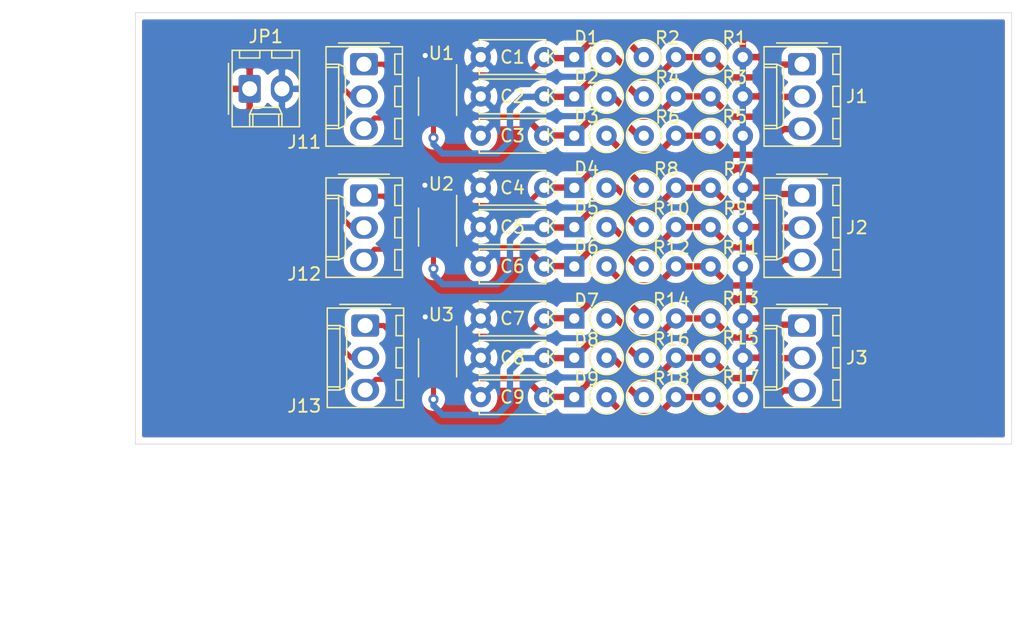
<source format=kicad_pcb>
(kicad_pcb (version 20171130) (host pcbnew 5.1.12-1.fc35)
  (layers (0 F.Cu signal) (31 B.Cu signal) (34 B.Paste user hide) (35 F.Paste user hide) (36 B.SilkS user) (37 F.SilkS user) (38 B.Mask user hide) (39 F.Mask user) (44 Edge.Cuts user))
  (net 0 "")
  (net 1 GND)
  (net 2 VCC)
  (net 3 "Net-(C1-Pad2)")
  (net 4 "Net-(C2-Pad2)")
  (net 5 "Net-(C3-Pad2)")
  (net 6 "Net-(C4-Pad2)")
  (net 7 "Net-(C5-Pad2)")
  (net 8 "Net-(C6-Pad2)")
  (net 9 "Net-(C7-Pad2)")
  (net 10 "Net-(C8-Pad2)")
  (net 11 "Net-(C9-Pad2)")
  (net 12 "Net-(D1-Pad2)")
  (net 13 "Net-(D2-Pad2)")
  (net 14 "Net-(D3-Pad2)")
  (net 15 "Net-(D4-Pad2)")
  (net 16 "Net-(D5-Pad2)")
  (net 17 "Net-(D6-Pad2)")
  (net 18 "Net-(D7-Pad2)")
  (net 19 "Net-(D8-Pad2)")
  (net 20 "Net-(D9-Pad2)")
  (net 21 "Net-(J11-Pad1)")
  (net 22 "Net-(J11-Pad2)")
  (net 23 "Net-(J11-Pad3)")
  (net 24 "Net-(J12-Pad3)")
  (net 25 "Net-(J12-Pad2)")
  (net 26 "Net-(J12-Pad1)")
  (net 27 "Net-(J13-Pad1)")
  (net 28 "Net-(J13-Pad2)")
  (net 29 "Net-(J13-Pad3)")
  (module Connector_Molex:Molex_KK-254_AE-6410-03A_1x03_P2.54mm_Vertical (layer F.Cu) (at 189 60.06 270)
    (fp_text reference J11 (at 6.14 4.7 180) (layer F.SilkS))
    (fp_text value Trig_Out)
    (pad 1 thru_hole roundrect (at 0 0 270) (size 1.74 2.19) (drill 1.19) (layers *.Cu *.Mask) (roundrect_rratio 0.143678) (net 21 "Net-(J11-Pad1)"))
    (pad 2 thru_hole oval (at 2.54 0 270) (size 1.74 2.19) (drill 1.19) (layers *.Cu *.Mask) (net 22 "Net-(J11-Pad2)"))
    (pad 3 thru_hole oval (at 5.08 0 270) (size 1.74 2.19) (drill 1.19) (layers *.Cu *.Mask) (net 23 "Net-(J11-Pad3)"))
  )
  (module Package_SO:SSOP-8_2.95x2.8mm_P0.65mm (layer F.Cu) (at 194.8 83.2 270)
    (fp_text reference U3 (at -3.4 -0.3 180) (layer F.SilkS))
    (fp_text value 74LVC3G14_GR)
    (pad 8 smd rect (at 1.7 -0.975 180) (size 0.3 1.6) (layers F.Cu F.Paste F.Mask) (net 2 VCC))
    (pad 7 smd rect (at 1.7 -0.325 180) (size 0.3 1.6) (layers F.Cu F.Paste F.Mask) (net 27 "Net-(J13-Pad1)"))
    (pad 6 smd rect (at 1.7 0.325 180) (size 0.3 1.6) (layers F.Cu F.Paste F.Mask) (net 10 "Net-(C8-Pad2)"))
    (pad 5 smd rect (at 1.7 0.975 180) (size 0.3 1.6) (layers F.Cu F.Paste F.Mask) (net 29 "Net-(J13-Pad3)"))
    (pad 4 smd rect (at -1.7 0.975 180) (size 0.3 1.6) (layers F.Cu F.Paste F.Mask) (net 1 GND))
    (pad 3 smd rect (at -1.7 0.325 180) (size 0.3 1.6) (layers F.Cu F.Paste F.Mask) (net 11 "Net-(C9-Pad2)"))
    (pad 2 smd rect (at -1.7 -0.325 180) (size 0.3 1.6) (layers F.Cu F.Paste F.Mask) (net 28 "Net-(J13-Pad2)"))
    (pad 1 smd rect (at -1.7 -0.975 180) (size 0.3 1.6) (layers F.Cu F.Paste F.Mask) (net 9 "Net-(C7-Pad2)"))
  )
  (module Package_SO:SSOP-8_2.95x2.8mm_P0.65mm (layer F.Cu) (at 194.8 72.9 270)
    (fp_text reference U2 (at -3.4 -0.3 180) (layer F.SilkS))
    (fp_text value 74LVC3G14_GR)
    (pad 8 smd rect (at 1.7 -0.975 180) (size 0.3 1.6) (layers F.Cu F.Paste F.Mask) (net 2 VCC))
    (pad 7 smd rect (at 1.7 -0.325 180) (size 0.3 1.6) (layers F.Cu F.Paste F.Mask) (net 26 "Net-(J12-Pad1)"))
    (pad 6 smd rect (at 1.7 0.325 180) (size 0.3 1.6) (layers F.Cu F.Paste F.Mask) (net 7 "Net-(C5-Pad2)"))
    (pad 5 smd rect (at 1.7 0.975 180) (size 0.3 1.6) (layers F.Cu F.Paste F.Mask) (net 24 "Net-(J12-Pad3)"))
    (pad 4 smd rect (at -1.7 0.975 180) (size 0.3 1.6) (layers F.Cu F.Paste F.Mask) (net 1 GND))
    (pad 3 smd rect (at -1.7 0.325 180) (size 0.3 1.6) (layers F.Cu F.Paste F.Mask) (net 8 "Net-(C6-Pad2)"))
    (pad 2 smd rect (at -1.7 -0.325 180) (size 0.3 1.6) (layers F.Cu F.Paste F.Mask) (net 25 "Net-(J12-Pad2)"))
    (pad 1 smd rect (at -1.7 -0.975 180) (size 0.3 1.6) (layers F.Cu F.Paste F.Mask) (net 6 "Net-(C4-Pad2)"))
  )
  (module Package_SO:SSOP-8_2.95x2.8mm_P0.65mm (layer F.Cu) (at 194.8 62.6 270)
    (fp_text reference U1 (at -3.4 -0.3 180) (layer F.SilkS))
    (fp_text value 74LVC3G14_GR)
    (pad 8 smd rect (at 1.7 -0.975 180) (size 0.3 1.6) (layers F.Cu F.Paste F.Mask) (net 2 VCC))
    (pad 7 smd rect (at 1.7 -0.325 180) (size 0.3 1.6) (layers F.Cu F.Paste F.Mask) (net 21 "Net-(J11-Pad1)"))
    (pad 6 smd rect (at 1.7 0.325 180) (size 0.3 1.6) (layers F.Cu F.Paste F.Mask) (net 4 "Net-(C2-Pad2)"))
    (pad 5 smd rect (at 1.7 0.975 180) (size 0.3 1.6) (layers F.Cu F.Paste F.Mask) (net 23 "Net-(J11-Pad3)"))
    (pad 4 smd rect (at -1.7 0.975 180) (size 0.3 1.6) (layers F.Cu F.Paste F.Mask) (net 1 GND))
    (pad 3 smd rect (at -1.7 0.325 180) (size 0.3 1.6) (layers F.Cu F.Paste F.Mask) (net 5 "Net-(C3-Pad2)"))
    (pad 2 smd rect (at -1.7 -0.325 180) (size 0.3 1.6) (layers F.Cu F.Paste F.Mask) (net 22 "Net-(J11-Pad2)"))
    (pad 1 smd rect (at -1.7 -0.975 180) (size 0.3 1.6) (layers F.Cu F.Paste F.Mask) (net 3 "Net-(C1-Pad2)"))
  )
  (module Capacitor_THT:C_Disc_D5.0mm_W2.5mm_P5.00mm (layer F.Cu) (at 198.2 59.5)
    (fp_text reference C1 (at 2.5 0) (layer F.SilkS))
    (fp_text value 100nF)
    (pad 2 thru_hole circle (at 5 0) (size 1.6 1.6) (drill 0.8) (layers *.Cu *.Mask) (net 3 "Net-(C1-Pad2)"))
    (pad 1 thru_hole circle (at 0 0) (size 1.6 1.6) (drill 0.8) (layers *.Cu *.Mask) (net 1 GND))
  )
  (module Resistor_THT:R_Axial_DIN0207_L6.3mm_D2.5mm_P2.54mm_Vertical (layer F.Cu) (at 216.3 59.5)
    (fp_text reference R1 (at 1.9 -1.5) (layer F.SilkS))
    (fp_text value 82K)
    (pad 2 thru_hole oval (at 2.54 0) (size 1.6 1.6) (drill 0.8) (layers *.Cu *.Mask) (net 2 VCC))
    (pad 1 thru_hole circle (at 0 0) (size 1.6 1.6) (drill 0.8) (layers *.Cu *.Mask) (net 12 "Net-(D1-Pad2)"))
  )
  (module Resistor_THT:R_Axial_DIN0207_L6.3mm_D2.5mm_P2.54mm_Vertical (layer F.Cu) (at 211.041166 59.5)
    (fp_text reference R2 (at 1.858834 -1.5) (layer F.SilkS))
    (fp_text value 18K2)
    (pad 1 thru_hole circle (at 0 0) (size 1.6 1.6) (drill 0.8) (layers *.Cu *.Mask) (net 3 "Net-(C1-Pad2)"))
    (pad 2 thru_hole oval (at 2.54 0) (size 1.6 1.6) (drill 0.8) (layers *.Cu *.Mask) (net 12 "Net-(D1-Pad2)"))
  )
  (module Diode_THT:D_DO-35_SOD27_P2.54mm_Vertical_KathodeUp (layer F.Cu) (at 205.565833 59.5)
    (fp_text reference D1 (at 0.97 -1.526371) (layer F.SilkS))
    (fp_text value 1N4148)
    (fp_text user K (at -1.8 0) (layer F.SilkS))
    (pad 2 thru_hole oval (at 2.54 0) (size 1.6 1.6) (drill 0.8) (layers *.Cu *.Mask) (net 12 "Net-(D1-Pad2)"))
    (pad 1 thru_hole rect (at 0 0) (size 1.6 1.6) (drill 0.8) (layers *.Cu *.Mask) (net 3 "Net-(C1-Pad2)"))
  )
  (module Connector_Molex:Molex_KK-254_AE-6410-03A_1x03_P2.54mm_Vertical (layer F.Cu) (at 223.5 60.06 270)
    (fp_text reference J1 (at 2.54 -4.32 180) (layer F.SilkS))
    (fp_text value Sig_In)
    (pad 3 thru_hole oval (at 5.08 0 270) (size 1.74 2.19) (drill 1.19) (layers *.Cu *.Mask) (net 14 "Net-(D3-Pad2)"))
    (pad 2 thru_hole oval (at 2.54 0 270) (size 1.74 2.19) (drill 1.19) (layers *.Cu *.Mask) (net 13 "Net-(D2-Pad2)"))
    (pad 1 thru_hole roundrect (at 0 0 270) (size 1.74 2.19) (drill 1.19) (layers *.Cu *.Mask) (roundrect_rratio 0.143678) (net 12 "Net-(D1-Pad2)"))
  )
  (module Capacitor_THT:C_Disc_D5.0mm_W2.5mm_P5.00mm (layer F.Cu) (at 198.2 62.6)
    (fp_text reference C2 (at 2.5 0) (layer F.SilkS))
    (fp_text value 100nF)
    (pad 2 thru_hole circle (at 5 0) (size 1.6 1.6) (drill 0.8) (layers *.Cu *.Mask) (net 4 "Net-(C2-Pad2)"))
    (pad 1 thru_hole circle (at 0 0) (size 1.6 1.6) (drill 0.8) (layers *.Cu *.Mask) (net 1 GND))
  )
  (module Capacitor_THT:C_Disc_D5.0mm_W2.5mm_P5.00mm (layer F.Cu) (at 198.2 65.7)
    (fp_text reference C3 (at 2.5 0) (layer F.SilkS))
    (fp_text value 100nF)
    (pad 1 thru_hole circle (at 0 0) (size 1.6 1.6) (drill 0.8) (layers *.Cu *.Mask) (net 1 GND))
    (pad 2 thru_hole circle (at 5 0) (size 1.6 1.6) (drill 0.8) (layers *.Cu *.Mask) (net 5 "Net-(C3-Pad2)"))
  )
  (module Capacitor_THT:C_Disc_D5.0mm_W2.5mm_P5.00mm (layer F.Cu) (at 198.2 69.8)
    (fp_text reference C4 (at 2.5 0) (layer F.SilkS))
    (fp_text value 100nF)
    (pad 2 thru_hole circle (at 5 0) (size 1.6 1.6) (drill 0.8) (layers *.Cu *.Mask) (net 6 "Net-(C4-Pad2)"))
    (pad 1 thru_hole circle (at 0 0) (size 1.6 1.6) (drill 0.8) (layers *.Cu *.Mask) (net 1 GND))
  )
  (module Capacitor_THT:C_Disc_D5.0mm_W2.5mm_P5.00mm (layer F.Cu) (at 198.2 72.9)
    (fp_text reference C5 (at 2.5 0) (layer F.SilkS))
    (fp_text value 100nF)
    (pad 1 thru_hole circle (at 0 0) (size 1.6 1.6) (drill 0.8) (layers *.Cu *.Mask) (net 1 GND))
    (pad 2 thru_hole circle (at 5 0) (size 1.6 1.6) (drill 0.8) (layers *.Cu *.Mask) (net 7 "Net-(C5-Pad2)"))
  )
  (module Capacitor_THT:C_Disc_D5.0mm_W2.5mm_P5.00mm (layer F.Cu) (at 198.2 76)
    (fp_text reference C6 (at 2.5 0) (layer F.SilkS))
    (fp_text value 100nF)
    (pad 2 thru_hole circle (at 5 0) (size 1.6 1.6) (drill 0.8) (layers *.Cu *.Mask) (net 8 "Net-(C6-Pad2)"))
    (pad 1 thru_hole circle (at 0 0) (size 1.6 1.6) (drill 0.8) (layers *.Cu *.Mask) (net 1 GND))
  )
  (module Capacitor_THT:C_Disc_D5.0mm_W2.5mm_P5.00mm (layer F.Cu) (at 198.2 80.1)
    (fp_text reference C7 (at 2.5 0) (layer F.SilkS))
    (fp_text value 100nF)
    (pad 2 thru_hole circle (at 5 0) (size 1.6 1.6) (drill 0.8) (layers *.Cu *.Mask) (net 9 "Net-(C7-Pad2)"))
    (pad 1 thru_hole circle (at 0 0) (size 1.6 1.6) (drill 0.8) (layers *.Cu *.Mask) (net 1 GND))
  )
  (module Capacitor_THT:C_Disc_D5.0mm_W2.5mm_P5.00mm (layer F.Cu) (at 198.2 83.2)
    (fp_text reference C8 (at 2.5 0) (layer F.SilkS))
    (fp_text value 100nF)
    (pad 1 thru_hole circle (at 0 0) (size 1.6 1.6) (drill 0.8) (layers *.Cu *.Mask) (net 1 GND))
    (pad 2 thru_hole circle (at 5 0) (size 1.6 1.6) (drill 0.8) (layers *.Cu *.Mask) (net 10 "Net-(C8-Pad2)"))
  )
  (module Capacitor_THT:C_Disc_D5.0mm_W2.5mm_P5.00mm (layer F.Cu) (at 198.2 86.3)
    (fp_text reference C9 (at 2.5 0) (layer F.SilkS))
    (fp_text value 100nF)
    (pad 1 thru_hole circle (at 0 0) (size 1.6 1.6) (drill 0.8) (layers *.Cu *.Mask) (net 1 GND))
    (pad 2 thru_hole circle (at 5 0) (size 1.6 1.6) (drill 0.8) (layers *.Cu *.Mask) (net 11 "Net-(C9-Pad2)"))
  )
  (module Diode_THT:D_DO-35_SOD27_P2.54mm_Vertical_KathodeUp (layer F.Cu) (at 205.565833 62.6)
    (fp_text reference D2 (at 0.97 -1.526371) (layer F.SilkS))
    (fp_text value 1N4148)
    (fp_text user K (at -1.8 0) (layer F.SilkS))
    (pad 2 thru_hole oval (at 2.54 0) (size 1.6 1.6) (drill 0.8) (layers *.Cu *.Mask) (net 13 "Net-(D2-Pad2)"))
    (pad 1 thru_hole rect (at 0 0) (size 1.6 1.6) (drill 0.8) (layers *.Cu *.Mask) (net 4 "Net-(C2-Pad2)"))
  )
  (module Diode_THT:D_DO-35_SOD27_P2.54mm_Vertical_KathodeUp (layer F.Cu) (at 205.565833 65.7)
    (fp_text reference D3 (at 0.97 -1.526371) (layer F.SilkS))
    (fp_text value 1N4148)
    (fp_text user K (at -1.8 0) (layer F.SilkS))
    (pad 1 thru_hole rect (at 0 0) (size 1.6 1.6) (drill 0.8) (layers *.Cu *.Mask) (net 5 "Net-(C3-Pad2)"))
    (pad 2 thru_hole oval (at 2.54 0) (size 1.6 1.6) (drill 0.8) (layers *.Cu *.Mask) (net 14 "Net-(D3-Pad2)"))
  )
  (module Diode_THT:D_DO-35_SOD27_P2.54mm_Vertical_KathodeUp (layer F.Cu) (at 205.565833 69.8)
    (fp_text reference D4 (at 0.97 -1.526371) (layer F.SilkS))
    (fp_text value 1N4148)
    (fp_text user K (at -1.8 0) (layer F.SilkS))
    (pad 2 thru_hole oval (at 2.54 0) (size 1.6 1.6) (drill 0.8) (layers *.Cu *.Mask) (net 15 "Net-(D4-Pad2)"))
    (pad 1 thru_hole rect (at 0 0) (size 1.6 1.6) (drill 0.8) (layers *.Cu *.Mask) (net 6 "Net-(C4-Pad2)"))
  )
  (module Diode_THT:D_DO-35_SOD27_P2.54mm_Vertical_KathodeUp (layer F.Cu) (at 205.565833 72.9)
    (fp_text reference D5 (at 0.97 -1.526371) (layer F.SilkS))
    (fp_text value 1N4148)
    (fp_text user K (at -1.8 0) (layer F.SilkS))
    (pad 2 thru_hole oval (at 2.54 0) (size 1.6 1.6) (drill 0.8) (layers *.Cu *.Mask) (net 16 "Net-(D5-Pad2)"))
    (pad 1 thru_hole rect (at 0 0) (size 1.6 1.6) (drill 0.8) (layers *.Cu *.Mask) (net 7 "Net-(C5-Pad2)"))
  )
  (module Diode_THT:D_DO-35_SOD27_P2.54mm_Vertical_KathodeUp (layer F.Cu) (at 205.565833 76)
    (fp_text reference D6 (at 0.97 -1.526371) (layer F.SilkS))
    (fp_text value 1N4148)
    (fp_text user K (at -1.8 0) (layer F.SilkS))
    (pad 1 thru_hole rect (at 0 0) (size 1.6 1.6) (drill 0.8) (layers *.Cu *.Mask) (net 8 "Net-(C6-Pad2)"))
    (pad 2 thru_hole oval (at 2.54 0) (size 1.6 1.6) (drill 0.8) (layers *.Cu *.Mask) (net 17 "Net-(D6-Pad2)"))
  )
  (module Diode_THT:D_DO-35_SOD27_P2.54mm_Vertical_KathodeUp (layer F.Cu) (at 205.565833 80.1)
    (fp_text reference D7 (at 0.97 -1.426371) (layer F.SilkS))
    (fp_text value 1N4148)
    (fp_text user K (at -1.8 0) (layer F.SilkS))
    (pad 1 thru_hole rect (at 0 0) (size 1.6 1.6) (drill 0.8) (layers *.Cu *.Mask) (net 9 "Net-(C7-Pad2)"))
    (pad 2 thru_hole oval (at 2.54 0) (size 1.6 1.6) (drill 0.8) (layers *.Cu *.Mask) (net 18 "Net-(D7-Pad2)"))
  )
  (module Diode_THT:D_DO-35_SOD27_P2.54mm_Vertical_KathodeUp (layer F.Cu) (at 205.565833 83.2)
    (fp_text reference D8 (at 0.97 -1.426371) (layer F.SilkS))
    (fp_text value 1N4148)
    (fp_text user K (at -1.8 0) (layer F.SilkS))
    (pad 2 thru_hole oval (at 2.54 0) (size 1.6 1.6) (drill 0.8) (layers *.Cu *.Mask) (net 19 "Net-(D8-Pad2)"))
    (pad 1 thru_hole rect (at 0 0) (size 1.6 1.6) (drill 0.8) (layers *.Cu *.Mask) (net 10 "Net-(C8-Pad2)"))
  )
  (module Diode_THT:D_DO-35_SOD27_P2.54mm_Vertical_KathodeUp (layer F.Cu) (at 205.565833 86.3)
    (fp_text reference D9 (at 0.97 -1.426371) (layer F.SilkS))
    (fp_text value 1N4148)
    (fp_text user K (at -1.8 0) (layer F.SilkS))
    (pad 1 thru_hole rect (at 0 0) (size 1.6 1.6) (drill 0.8) (layers *.Cu *.Mask) (net 11 "Net-(C9-Pad2)"))
    (pad 2 thru_hole oval (at 2.54 0) (size 1.6 1.6) (drill 0.8) (layers *.Cu *.Mask) (net 20 "Net-(D9-Pad2)"))
  )
  (module Resistor_THT:R_Axial_DIN0207_L6.3mm_D2.5mm_P2.54mm_Vertical (layer F.Cu) (at 216.3 62.6)
    (fp_text reference R3 (at 1.9 -1.5) (layer F.SilkS))
    (fp_text value 82K)
    (pad 1 thru_hole circle (at 0 0) (size 1.6 1.6) (drill 0.8) (layers *.Cu *.Mask) (net 13 "Net-(D2-Pad2)"))
    (pad 2 thru_hole oval (at 2.54 0) (size 1.6 1.6) (drill 0.8) (layers *.Cu *.Mask) (net 2 VCC))
  )
  (module Resistor_THT:R_Axial_DIN0207_L6.3mm_D2.5mm_P2.54mm_Vertical (layer F.Cu) (at 211.041166 62.6)
    (fp_text reference R4 (at 1.87 -1.47) (layer F.SilkS))
    (fp_text value 18K2)
    (pad 2 thru_hole oval (at 2.54 0) (size 1.6 1.6) (drill 0.8) (layers *.Cu *.Mask) (net 13 "Net-(D2-Pad2)"))
    (pad 1 thru_hole circle (at 0 0) (size 1.6 1.6) (drill 0.8) (layers *.Cu *.Mask) (net 4 "Net-(C2-Pad2)"))
  )
  (module Resistor_THT:R_Axial_DIN0207_L6.3mm_D2.5mm_P2.54mm_Vertical (layer F.Cu) (at 216.3 65.7)
    (fp_text reference R5 (at 1.9 -1.5) (layer F.SilkS))
    (fp_text value 82K)
    (pad 1 thru_hole circle (at 0 0) (size 1.6 1.6) (drill 0.8) (layers *.Cu *.Mask) (net 14 "Net-(D3-Pad2)"))
    (pad 2 thru_hole oval (at 2.54 0) (size 1.6 1.6) (drill 0.8) (layers *.Cu *.Mask) (net 2 VCC))
  )
  (module Resistor_THT:R_Axial_DIN0207_L6.3mm_D2.5mm_P2.54mm_Vertical (layer F.Cu) (at 211.041166 65.7)
    (fp_text reference R6 (at 1.87 -1.47) (layer F.SilkS))
    (fp_text value 18K2)
    (pad 2 thru_hole oval (at 2.54 0) (size 1.6 1.6) (drill 0.8) (layers *.Cu *.Mask) (net 14 "Net-(D3-Pad2)"))
    (pad 1 thru_hole circle (at 0 0) (size 1.6 1.6) (drill 0.8) (layers *.Cu *.Mask) (net 5 "Net-(C3-Pad2)"))
  )
  (module Resistor_THT:R_Axial_DIN0207_L6.3mm_D2.5mm_P2.54mm_Vertical (layer F.Cu) (at 216.3 69.8)
    (fp_text reference R7 (at 1.97 -1.47) (layer F.SilkS))
    (fp_text value 82K)
    (pad 1 thru_hole circle (at 0 0) (size 1.6 1.6) (drill 0.8) (layers *.Cu *.Mask) (net 15 "Net-(D4-Pad2)"))
    (pad 2 thru_hole oval (at 2.54 0) (size 1.6 1.6) (drill 0.8) (layers *.Cu *.Mask) (net 2 VCC))
  )
  (module Resistor_THT:R_Axial_DIN0207_L6.3mm_D2.5mm_P2.54mm_Vertical (layer F.Cu) (at 211.041166 69.8)
    (fp_text reference R8 (at 1.77 -1.47) (layer F.SilkS))
    (fp_text value 18K2)
    (pad 2 thru_hole oval (at 2.54 0) (size 1.6 1.6) (drill 0.8) (layers *.Cu *.Mask) (net 15 "Net-(D4-Pad2)"))
    (pad 1 thru_hole circle (at 0 0) (size 1.6 1.6) (drill 0.8) (layers *.Cu *.Mask) (net 6 "Net-(C4-Pad2)"))
  )
  (module Resistor_THT:R_Axial_DIN0207_L6.3mm_D2.5mm_P2.54mm_Vertical (layer F.Cu) (at 216.3 72.9)
    (fp_text reference R9 (at 1.97 -1.47) (layer F.SilkS))
    (fp_text value 82K)
    (pad 1 thru_hole circle (at 0 0) (size 1.6 1.6) (drill 0.8) (layers *.Cu *.Mask) (net 16 "Net-(D5-Pad2)"))
    (pad 2 thru_hole oval (at 2.54 0) (size 1.6 1.6) (drill 0.8) (layers *.Cu *.Mask) (net 2 VCC))
  )
  (module Resistor_THT:R_Axial_DIN0207_L6.3mm_D2.5mm_P2.54mm_Vertical (layer F.Cu) (at 211.041166 72.9)
    (fp_text reference R10 (at 2.17 -1.47) (layer F.SilkS))
    (fp_text value 18K2)
    (pad 2 thru_hole oval (at 2.54 0) (size 1.6 1.6) (drill 0.8) (layers *.Cu *.Mask) (net 16 "Net-(D5-Pad2)"))
    (pad 1 thru_hole circle (at 0 0) (size 1.6 1.6) (drill 0.8) (layers *.Cu *.Mask) (net 7 "Net-(C5-Pad2)"))
  )
  (module Resistor_THT:R_Axial_DIN0207_L6.3mm_D2.5mm_P2.54mm_Vertical (layer F.Cu) (at 216.3 76)
    (fp_text reference R11 (at 2.37 -1.47) (layer F.SilkS))
    (fp_text value 82K)
    (pad 1 thru_hole circle (at 0 0) (size 1.6 1.6) (drill 0.8) (layers *.Cu *.Mask) (net 17 "Net-(D6-Pad2)"))
    (pad 2 thru_hole oval (at 2.54 0) (size 1.6 1.6) (drill 0.8) (layers *.Cu *.Mask) (net 2 VCC))
  )
  (module Resistor_THT:R_Axial_DIN0207_L6.3mm_D2.5mm_P2.54mm_Vertical (layer F.Cu) (at 211.041166 76)
    (fp_text reference R12 (at 2.17 -1.47) (layer F.SilkS))
    (fp_text value 18K2)
    (pad 1 thru_hole circle (at 0 0) (size 1.6 1.6) (drill 0.8) (layers *.Cu *.Mask) (net 8 "Net-(C6-Pad2)"))
    (pad 2 thru_hole oval (at 2.54 0) (size 1.6 1.6) (drill 0.8) (layers *.Cu *.Mask) (net 17 "Net-(D6-Pad2)"))
  )
  (module Resistor_THT:R_Axial_DIN0207_L6.3mm_D2.5mm_P2.54mm_Vertical (layer F.Cu) (at 216.3 80.1)
    (fp_text reference R13 (at 2.37 -1.57) (layer F.SilkS))
    (fp_text value 82K)
    (pad 1 thru_hole circle (at 0 0) (size 1.6 1.6) (drill 0.8) (layers *.Cu *.Mask) (net 18 "Net-(D7-Pad2)"))
    (pad 2 thru_hole oval (at 2.54 0) (size 1.6 1.6) (drill 0.8) (layers *.Cu *.Mask) (net 2 VCC))
  )
  (module Resistor_THT:R_Axial_DIN0207_L6.3mm_D2.5mm_P2.54mm_Vertical (layer F.Cu) (at 211.041166 80.1)
    (fp_text reference R14 (at 2.17 -1.47) (layer F.SilkS))
    (fp_text value 18K2)
    (pad 2 thru_hole oval (at 2.54 0) (size 1.6 1.6) (drill 0.8) (layers *.Cu *.Mask) (net 18 "Net-(D7-Pad2)"))
    (pad 1 thru_hole circle (at 0 0) (size 1.6 1.6) (drill 0.8) (layers *.Cu *.Mask) (net 9 "Net-(C7-Pad2)"))
  )
  (module Resistor_THT:R_Axial_DIN0207_L6.3mm_D2.5mm_P2.54mm_Vertical (layer F.Cu) (at 216.3 83.2)
    (fp_text reference R15 (at 2.37 -1.57) (layer F.SilkS))
    (fp_text value 82K)
    (pad 1 thru_hole circle (at 0 0) (size 1.6 1.6) (drill 0.8) (layers *.Cu *.Mask) (net 19 "Net-(D8-Pad2)"))
    (pad 2 thru_hole oval (at 2.54 0) (size 1.6 1.6) (drill 0.8) (layers *.Cu *.Mask) (net 2 VCC))
  )
  (module Resistor_THT:R_Axial_DIN0207_L6.3mm_D2.5mm_P2.54mm_Vertical (layer F.Cu) (at 211.041166 83.2)
    (fp_text reference R16 (at 2.17 -1.47) (layer F.SilkS))
    (fp_text value 18K2)
    (pad 2 thru_hole oval (at 2.54 0) (size 1.6 1.6) (drill 0.8) (layers *.Cu *.Mask) (net 19 "Net-(D8-Pad2)"))
    (pad 1 thru_hole circle (at 0 0) (size 1.6 1.6) (drill 0.8) (layers *.Cu *.Mask) (net 10 "Net-(C8-Pad2)"))
  )
  (module Resistor_THT:R_Axial_DIN0207_L6.3mm_D2.5mm_P2.54mm_Vertical (layer F.Cu) (at 216.3 86.3)
    (fp_text reference R17 (at 2.37 -1.57) (layer F.SilkS))
    (fp_text value 82K)
    (pad 2 thru_hole oval (at 2.54 0) (size 1.6 1.6) (drill 0.8) (layers *.Cu *.Mask) (net 2 VCC))
    (pad 1 thru_hole circle (at 0 0) (size 1.6 1.6) (drill 0.8) (layers *.Cu *.Mask) (net 20 "Net-(D9-Pad2)"))
  )
  (module Resistor_THT:R_Axial_DIN0207_L6.3mm_D2.5mm_P2.54mm_Vertical (layer F.Cu) (at 211.041166 86.3)
    (fp_text reference R18 (at 2.17 -1.47) (layer F.SilkS))
    (fp_text value 18K2)
    (pad 2 thru_hole oval (at 2.54 0) (size 1.6 1.6) (drill 0.8) (layers *.Cu *.Mask) (net 20 "Net-(D9-Pad2)"))
    (pad 1 thru_hole circle (at 0 0) (size 1.6 1.6) (drill 0.8) (layers *.Cu *.Mask) (net 11 "Net-(C9-Pad2)"))
  )
  (module Connector_Molex:Molex_KK-254_AE-6410-02A_1x02_P2.54mm_Vertical (layer F.Cu) (at 180 62)
    (fp_text reference JP1 (at 1.27 -4.12) (layer F.SilkS))
    (fp_text value Pwr)
    (pad 1 thru_hole roundrect (at 0 0) (size 1.74 2.19) (drill 1.19) (layers *.Cu *.Mask) (roundrect_rratio 0.143678) (net 2 VCC))
    (pad 2 thru_hole oval (at 2.54 0) (size 1.74 2.19) (drill 1.19) (layers *.Cu *.Mask) (net 1 GND))
  )
  (module Connector_Molex:Molex_KK-254_AE-6410-03A_1x03_P2.54mm_Vertical (layer F.Cu) (at 189.1 80.66 270)
    (fp_text reference J13 (at 6.34 4.8 180) (layer F.SilkS))
    (fp_text value Trig_Out)
    (pad 1 thru_hole roundrect (at 0 0 270) (size 1.74 2.19) (drill 1.19) (layers *.Cu *.Mask) (roundrect_rratio 0.143678) (net 27 "Net-(J13-Pad1)"))
    (pad 2 thru_hole oval (at 2.54 0 270) (size 1.74 2.19) (drill 1.19) (layers *.Cu *.Mask) (net 28 "Net-(J13-Pad2)"))
    (pad 3 thru_hole oval (at 5.08 0 270) (size 1.74 2.19) (drill 1.19) (layers *.Cu *.Mask) (net 29 "Net-(J13-Pad3)"))
  )
  (module Connector_Molex:Molex_KK-254_AE-6410-03A_1x03_P2.54mm_Vertical (layer F.Cu) (at 189 70.4 270)
    (fp_text reference J12 (at 6.2 4.7 180) (layer F.SilkS))
    (fp_text value Trig_Out)
    (pad 3 thru_hole oval (at 5.08 0 270) (size 1.74 2.19) (drill 1.19) (layers *.Cu *.Mask) (net 24 "Net-(J12-Pad3)"))
    (pad 2 thru_hole oval (at 2.54 0 270) (size 1.74 2.19) (drill 1.19) (layers *.Cu *.Mask) (net 25 "Net-(J12-Pad2)"))
    (pad 1 thru_hole roundrect (at 0 0 270) (size 1.74 2.19) (drill 1.19) (layers *.Cu *.Mask) (roundrect_rratio 0.143678) (net 26 "Net-(J12-Pad1)"))
  )
  (module Connector_Molex:Molex_KK-254_AE-6410-03A_1x03_P2.54mm_Vertical (layer F.Cu) (at 223.5 70.4 270)
    (fp_text reference J2 (at 2.54 -4.32) (layer F.SilkS))
    (fp_text value Sig_In)
    (pad 3 thru_hole oval (at 5.08 0 270) (size 1.74 2.19) (drill 1.19) (layers *.Cu *.Mask) (net 17 "Net-(D6-Pad2)"))
    (pad 2 thru_hole oval (at 2.54 0 270) (size 1.74 2.19) (drill 1.19) (layers *.Cu *.Mask) (net 16 "Net-(D5-Pad2)"))
    (pad 1 thru_hole roundrect (at 0 0 270) (size 1.74 2.19) (drill 1.19) (layers *.Cu *.Mask) (roundrect_rratio 0.143678) (net 15 "Net-(D4-Pad2)"))
  )
  (module Connector_Molex:Molex_KK-254_AE-6410-03A_1x03_P2.54mm_Vertical (layer F.Cu) (at 223.5 80.66 270)
    (fp_text reference J3 (at 2.54 -4.32 180) (layer F.SilkS))
    (fp_text value Sig_In)
    (pad 1 thru_hole roundrect (at 0 0 270) (size 1.74 2.19) (drill 1.19) (layers *.Cu *.Mask) (roundrect_rratio 0.143678) (net 18 "Net-(D7-Pad2)"))
    (pad 2 thru_hole oval (at 2.54 0 270) (size 1.74 2.19) (drill 1.19) (layers *.Cu *.Mask) (net 19 "Net-(D8-Pad2)"))
    (pad 3 thru_hole oval (at 5.08 0 270) (size 1.74 2.19) (drill 1.19) (layers *.Cu *.Mask) (net 20 "Net-(D9-Pad2)"))
  )
  (gr_line (start 171 90) (end 240 90) (layer Edge.Cuts) (width 0.05))
  (gr_line (start 240 90) (end 240 56) (layer Edge.Cuts) (width 0.05))
  (gr_line (start 171 90) (end 171 56) (layer Edge.Cuts) (width 0.05))
  (gr_line (start 171 56) (end 240 56) (layer Edge.Cuts) (width 0.05))
  (segment (start 195.775 84.8) (end 195.775 86.3) (width 0.4) (layer F.Cu) (net 2))
  (segment (start 200.5 86.7) (end 199.5 87.7) (width 0.5) (layer B.Cu) (net 10))
  (segment (start 199.5 87.7) (end 195.2 87.7) (width 0.5) (layer B.Cu) (net 10))
  (segment (start 194.475 84.9) (end 194.475 86.475004) (width 0.4) (layer F.Cu) (net 10))
  (via (at 194.475 86.475004) (size 0.8) (drill 0.4) (layers F.Cu B.Cu) (net 10))
  (segment (start 203.148888 83.231) (end 201.469 83.231) (width 0.5) (layer B.Cu) (net 10))
  (segment (start 200.5 84.2) (end 200.5 86.7) (width 0.5) (layer B.Cu) (net 10))
  (segment (start 201.469 83.231) (end 200.5 84.2) (width 0.5) (layer B.Cu) (net 10))
  (segment (start 194.475 86.975) (end 194.475 86.475004) (width 0.5) (layer B.Cu) (net 10))
  (segment (start 195.2 87.7) (end 194.475 86.975) (width 0.5) (layer B.Cu) (net 10))
  (segment (start 200.5 66.1) (end 199.5 67.1) (width 0.5) (layer B.Cu) (net 4))
  (segment (start 199.5 67.1) (end 195.2 67.1) (width 0.5) (layer B.Cu) (net 4))
  (segment (start 203.148888 62.631) (end 201.469 62.631) (width 0.5) (layer B.Cu) (net 4))
  (segment (start 200.5 63.6) (end 200.5 66.1) (width 0.5) (layer B.Cu) (net 4))
  (segment (start 201.469 62.631) (end 200.5 63.6) (width 0.5) (layer B.Cu) (net 4))
  (segment (start 194.475 66.375) (end 194.475 65.875004) (width 0.5) (layer B.Cu) (net 4))
  (segment (start 195.2 67.1) (end 194.475 66.375) (width 0.5) (layer B.Cu) (net 4))
  (segment (start 194.475 64.3) (end 194.475 65.875004) (width 0.4) (layer F.Cu) (net 4))
  (via (at 194.475 65.875004) (size 0.8) (drill 0.4) (layers F.Cu B.Cu) (net 4))
  (segment (start 193.892002 58.2) (end 195.125 59.432998) (width 0.4) (layer F.Cu) (net 22))
  (segment (start 195.125 59.432998) (end 195.125 60.9) (width 0.4) (layer F.Cu) (net 22))
  (segment (start 187.5 58.2) (end 193.892002 58.2) (width 0.4) (layer F.Cu) (net 22))
  (segment (start 188 62.6) (end 186.7 61.3) (width 0.4) (layer F.Cu) (net 22))
  (segment (start 189 62.6) (end 188 62.6) (width 0.4) (layer F.Cu) (net 22))
  (segment (start 186.7 59) (end 187.5 58.2) (width 0.4) (layer F.Cu) (net 22))
  (segment (start 186.7 61.3) (end 186.7 59) (width 0.4) (layer F.Cu) (net 22))
  (segment (start 193.825 81.5) (end 193.825 79.97499) (width 0.4) (layer F.Cu) (net 1))
  (via (at 193.825 79.97499) (size 0.8) (drill 0.4) (layers F.Cu B.Cu) (net 1))
  (segment (start 193.825 71.3) (end 193.8 69.6) (width 0.4) (layer F.Cu) (net 1))
  (via (at 193.8 69.6) (size 0.8) (drill 0.4) (layers F.Cu B.Cu) (net 1))
  (segment (start 218.84 59.8) (end 218.84 86) (width 0.5) (layer B.Cu) (net 2))
  (segment (start 193.825 60.9) (end 193.825 59.37499) (width 0.4) (layer F.Cu) (net 1))
  (via (at 193.825 59.37499) (size 0.8) (drill 0.4) (layers F.Cu B.Cu) (net 1))
  (segment (start 195.775 64.3) (end 195.775 65.9) (width 0.4) (layer F.Cu) (net 2))
  (segment (start 195.775 74.6) (end 195.775 76.1) (width 0.4) (layer F.Cu) (net 2))
  (segment (start 203.148888 59.583) (end 205.565833 59.583) (width 0.5) (layer F.Cu) (net 3))
  (segment (start 209.458166 58) (end 211.041166 59.583) (width 0.5) (layer F.Cu) (net 3))
  (segment (start 207.148833 58) (end 209.458166 58) (width 0.5) (layer F.Cu) (net 3))
  (segment (start 205.565833 59.583) (end 207.148833 58) (width 0.5) (layer F.Cu) (net 3))
  (segment (start 201.8 60.9) (end 203.2 59.5) (width 0.4) (layer F.Cu) (net 3))
  (segment (start 195.775 60.9) (end 201.8 60.9) (width 0.4) (layer F.Cu) (net 3))
  (segment (start 205.565833 62.631) (end 203.148888 62.631) (width 0.5) (layer F.Cu) (net 4))
  (segment (start 207.096833 61.1) (end 209.1 61.1) (width 0.5) (layer F.Cu) (net 4))
  (segment (start 209.1 61.1) (end 210.631 62.631) (width 0.5) (layer F.Cu) (net 4))
  (segment (start 210.631 62.631) (end 211.041166 62.631) (width 0.5) (layer F.Cu) (net 4))
  (segment (start 211.041166 62.631) (end 210.766 62.631) (width 0.5) (layer F.Cu) (net 4))
  (segment (start 205.565833 62.631) (end 207.096833 61.1) (width 0.5) (layer F.Cu) (net 4))
  (segment (start 194.624989 62.349989) (end 194.475 62.2) (width 0.5) (layer F.Cu) (net 5))
  (segment (start 195.749989 62.349989) (end 194.624989 62.349989) (width 0.5) (layer F.Cu) (net 5))
  (segment (start 197.6 64.2) (end 195.749989 62.349989) (width 0.5) (layer F.Cu) (net 5))
  (segment (start 210.579 65.679) (end 209.1 64.2) (width 0.5) (layer F.Cu) (net 5))
  (segment (start 201.669888 64.2) (end 197.6 64.2) (width 0.5) (layer F.Cu) (net 5))
  (segment (start 207.044833 64.2) (end 205.565833 65.679) (width 0.5) (layer F.Cu) (net 5))
  (segment (start 203.148888 65.679) (end 201.669888 64.2) (width 0.5) (layer F.Cu) (net 5))
  (segment (start 209.1 64.2) (end 207.044833 64.2) (width 0.5) (layer F.Cu) (net 5))
  (segment (start 210.7025 65.679) (end 210.579 65.679) (width 0.5) (layer F.Cu) (net 5))
  (segment (start 205.565833 65.679) (end 203.148888 65.679) (width 0.5) (layer F.Cu) (net 5))
  (segment (start 194.475 62.2) (end 194.475 60.9) (width 0.5) (layer F.Cu) (net 5))
  (segment (start 201.731888 71.2) (end 203.148888 69.783) (width 0.4) (layer F.Cu) (net 6))
  (segment (start 195.875 71.2) (end 201.731888 71.2) (width 0.4) (layer F.Cu) (net 6))
  (segment (start 207.148833 68.3) (end 209.458166 68.3) (width 0.5) (layer F.Cu) (net 6))
  (segment (start 205.665833 69.783) (end 207.148833 68.3) (width 0.5) (layer F.Cu) (net 6))
  (segment (start 203.148888 69.783) (end 205.665833 69.783) (width 0.5) (layer F.Cu) (net 6))
  (segment (start 209.558166 68.3) (end 211.041166 69.783) (width 0.5) (layer F.Cu) (net 6))
  (segment (start 209.458166 68.3) (end 209.558166 68.3) (width 0.5) (layer F.Cu) (net 6))
  (segment (start 205.565833 72.931) (end 203.148888 72.931) (width 0.5) (layer F.Cu) (net 7))
  (segment (start 207.096833 71.4) (end 209.1 71.4) (width 0.5) (layer F.Cu) (net 7))
  (segment (start 209.1 71.4) (end 210.631 72.931) (width 0.5) (layer F.Cu) (net 7))
  (segment (start 210.631 72.931) (end 211.041166 72.931) (width 0.5) (layer F.Cu) (net 7))
  (segment (start 211.041166 72.931) (end 210.766 72.931) (width 0.5) (layer F.Cu) (net 7))
  (segment (start 205.565833 72.931) (end 207.096833 71.4) (width 0.5) (layer F.Cu) (net 7))
  (via (at 194.475 76.175004) (size 0.8) (drill 0.4) (layers F.Cu B.Cu) (net 7))
  (segment (start 194.475 74.6) (end 194.475 76.175004) (width 0.4) (layer F.Cu) (net 7))
  (segment (start 194.475 76.675) (end 194.475 76.175004) (width 0.5) (layer B.Cu) (net 7))
  (segment (start 199.5 77.4) (end 195.2 77.4) (width 0.5) (layer B.Cu) (net 7))
  (segment (start 200.5 76.4) (end 199.5 77.4) (width 0.5) (layer B.Cu) (net 7))
  (segment (start 200.5 73.9) (end 200.5 76.4) (width 0.5) (layer B.Cu) (net 7))
  (segment (start 201.469 72.931) (end 200.5 73.9) (width 0.5) (layer B.Cu) (net 7))
  (segment (start 195.2 77.4) (end 194.475 76.675) (width 0.5) (layer B.Cu) (net 7))
  (segment (start 203.148888 72.931) (end 201.469 72.931) (width 0.5) (layer B.Cu) (net 7))
  (segment (start 209.1 74.5) (end 210.579 75.979) (width 0.5) (layer F.Cu) (net 8))
  (segment (start 207.044833 74.5) (end 209.1 74.5) (width 0.5) (layer F.Cu) (net 8))
  (segment (start 210.579 75.979) (end 211.041166 75.979) (width 0.5) (layer F.Cu) (net 8))
  (segment (start 203.148888 75.979) (end 201.669888 74.5) (width 0.5) (layer F.Cu) (net 8))
  (segment (start 195.8 72.7) (end 194.775 72.7) (width 0.5) (layer F.Cu) (net 8))
  (segment (start 201.669888 74.5) (end 197.6 74.5) (width 0.5) (layer F.Cu) (net 8))
  (segment (start 194.475 72.4) (end 194.475 71.2) (width 0.5) (layer F.Cu) (net 8))
  (segment (start 197.6 74.5) (end 195.8 72.7) (width 0.5) (layer F.Cu) (net 8))
  (segment (start 194.775 72.7) (end 194.475 72.4) (width 0.5) (layer F.Cu) (net 8))
  (segment (start 210.7025 75.979) (end 211.041166 75.979) (width 0.5) (layer F.Cu) (net 8))
  (segment (start 203.148888 75.979) (end 205.565833 75.979) (width 0.5) (layer F.Cu) (net 8))
  (segment (start 205.565833 75.979) (end 207.044833 74.5) (width 0.5) (layer F.Cu) (net 8))
  (segment (start 201.731888 81.5) (end 203.148888 80.083) (width 0.4) (layer F.Cu) (net 9))
  (segment (start 195.875 81.5) (end 201.731888 81.5) (width 0.4) (layer F.Cu) (net 9))
  (segment (start 209.558166 78.6) (end 211.041166 80.083) (width 0.5) (layer F.Cu) (net 9))
  (segment (start 207.048833 78.6) (end 209.558166 78.6) (width 0.5) (layer F.Cu) (net 9))
  (segment (start 205.565833 80.083) (end 207.048833 78.6) (width 0.5) (layer F.Cu) (net 9))
  (segment (start 203.148888 80.083) (end 205.565833 80.083) (width 0.5) (layer F.Cu) (net 9))
  (segment (start 205.565833 83.231) (end 203.148888 83.231) (width 0.5) (layer F.Cu) (net 10))
  (segment (start 207.096833 81.7) (end 209.1 81.7) (width 0.5) (layer F.Cu) (net 10))
  (segment (start 209.1 81.7) (end 210.631 83.231) (width 0.5) (layer F.Cu) (net 10))
  (segment (start 210.631 83.231) (end 211.041166 83.231) (width 0.5) (layer F.Cu) (net 10))
  (segment (start 211.041166 83.231) (end 210.766 83.231) (width 0.5) (layer F.Cu) (net 10))
  (segment (start 205.565833 83.231) (end 207.096833 81.7) (width 0.5) (layer F.Cu) (net 10))
  (segment (start 194.475 82.8) (end 194.475 81.5) (width 0.5) (layer F.Cu) (net 11))
  (segment (start 197.6 84.8) (end 195.749989 82.949989) (width 0.5) (layer F.Cu) (net 11))
  (segment (start 205.565833 86.279) (end 203.148888 86.279) (width 0.5) (layer F.Cu) (net 11))
  (segment (start 194.624989 82.949989) (end 194.475 82.8) (width 0.5) (layer F.Cu) (net 11))
  (segment (start 203.148888 86.279) (end 201.669888 84.8) (width 0.5) (layer F.Cu) (net 11))
  (segment (start 209.1 84.8) (end 207.044833 84.8) (width 0.5) (layer F.Cu) (net 11))
  (segment (start 201.669888 84.8) (end 197.6 84.8) (width 0.5) (layer F.Cu) (net 11))
  (segment (start 210.579 86.279) (end 209.1 84.8) (width 0.5) (layer F.Cu) (net 11))
  (segment (start 210.7025 86.279) (end 210.579 86.279) (width 0.5) (layer F.Cu) (net 11))
  (segment (start 207.044833 84.8) (end 205.565833 86.279) (width 0.5) (layer F.Cu) (net 11))
  (segment (start 195.749989 82.949989) (end 194.624989 82.949989) (width 0.5) (layer F.Cu) (net 11))
  (segment (start 221.409 60.091) (end 223.5 60.091) (width 0.5) (layer F.Cu) (net 12))
  (segment (start 216.3 59.5) (end 217.9 61.1) (width 0.5) (layer F.Cu) (net 12))
  (segment (start 220.4 61.1) (end 221.409 60.091) (width 0.5) (layer F.Cu) (net 12))
  (segment (start 217.9 61.1) (end 220.4 61.1) (width 0.5) (layer F.Cu) (net 12))
  (segment (start 212.064166 61.1) (end 213.664166 59.5) (width 0.5) (layer F.Cu) (net 12))
  (segment (start 210.4 61.1) (end 212.064166 61.1) (width 0.5) (layer F.Cu) (net 12))
  (segment (start 208.883 59.583) (end 210.4 61.1) (width 0.5) (layer F.Cu) (net 12))
  (segment (start 213.664166 59.5) (end 216.3 59.5) (width 0.5) (layer F.Cu) (net 12))
  (segment (start 208.105833 59.583) (end 208.883 59.583) (width 0.5) (layer F.Cu) (net 12))
  (segment (start 220 64.2) (end 221.569 62.631) (width 0.5) (layer F.Cu) (net 13))
  (segment (start 217.9 64.2) (end 220 64.2) (width 0.5) (layer F.Cu) (net 13))
  (segment (start 216.3 62.6) (end 217.9 64.2) (width 0.5) (layer F.Cu) (net 13))
  (segment (start 213.612166 62.6) (end 216.3 62.6) (width 0.5) (layer F.Cu) (net 13))
  (segment (start 210.2 64.2) (end 212.012166 64.2) (width 0.5) (layer F.Cu) (net 13))
  (segment (start 212.012166 64.2) (end 213.612166 62.6) (width 0.5) (layer F.Cu) (net 13))
  (segment (start 208.631 62.631) (end 210.2 64.2) (width 0.5) (layer F.Cu) (net 13))
  (segment (start 221.569 62.631) (end 223.5 62.631) (width 0.5) (layer F.Cu) (net 13))
  (segment (start 208.105833 62.631) (end 208.631 62.631) (width 0.5) (layer F.Cu) (net 13))
  (segment (start 222.029 65.171) (end 223.5 65.171) (width 0.5) (layer F.Cu) (net 14))
  (segment (start 220 67.2) (end 222.029 65.171) (width 0.5) (layer F.Cu) (net 14))
  (segment (start 216.3 65.7) (end 217.8 67.2) (width 0.5) (layer F.Cu) (net 14))
  (segment (start 217.8 67.2) (end 220 67.2) (width 0.5) (layer F.Cu) (net 14))
  (segment (start 213.560166 65.7) (end 216.3 65.7) (width 0.5) (layer F.Cu) (net 14))
  (segment (start 212.060166 67.2) (end 213.560166 65.7) (width 0.5) (layer F.Cu) (net 14))
  (segment (start 209.626833 67.2) (end 212.060166 67.2) (width 0.5) (layer F.Cu) (net 14))
  (segment (start 208.105833 65.679) (end 209.626833 67.2) (width 0.5) (layer F.Cu) (net 14))
  (segment (start 220.4 71.3) (end 221.409 70.291) (width 0.5) (layer F.Cu) (net 15))
  (segment (start 217.9 71.3) (end 220.4 71.3) (width 0.5) (layer F.Cu) (net 15))
  (segment (start 221.409 70.291) (end 223.5 70.291) (width 0.5) (layer F.Cu) (net 15))
  (segment (start 216.4 69.8) (end 217.9 71.3) (width 0.5) (layer F.Cu) (net 15))
  (segment (start 213.581166 69.8) (end 216.4 69.8) (width 0.5) (layer F.Cu) (net 15))
  (segment (start 212.081166 71.3) (end 213.581166 69.8) (width 0.5) (layer F.Cu) (net 15))
  (segment (start 210.4 71.3) (end 212.081166 71.3) (width 0.5) (layer F.Cu) (net 15))
  (segment (start 208.883 69.783) (end 210.4 71.3) (width 0.5) (layer F.Cu) (net 15))
  (segment (start 208.105833 69.783) (end 208.883 69.783) (width 0.5) (layer F.Cu) (net 15))
  (segment (start 220 74.5) (end 221.569 72.931) (width 0.5) (layer F.Cu) (net 16))
  (segment (start 221.569 72.931) (end 223.5 72.931) (width 0.5) (layer F.Cu) (net 16))
  (segment (start 213.612166 72.9) (end 216.3 72.9) (width 0.5) (layer F.Cu) (net 16))
  (segment (start 210.2 74.5) (end 212.012166 74.5) (width 0.5) (layer F.Cu) (net 16))
  (segment (start 212.012166 74.5) (end 213.612166 72.9) (width 0.5) (layer F.Cu) (net 16))
  (segment (start 208.105833 72.931) (end 208.631 72.931) (width 0.5) (layer F.Cu) (net 16))
  (segment (start 216.3 72.9) (end 217.9 74.5) (width 0.5) (layer F.Cu) (net 16))
  (segment (start 217.9 74.5) (end 220 74.5) (width 0.5) (layer F.Cu) (net 16))
  (segment (start 208.631 72.931) (end 210.2 74.5) (width 0.5) (layer F.Cu) (net 16))
  (segment (start 212.060166 77.5) (end 213.560166 76) (width 0.5) (layer F.Cu) (net 17))
  (segment (start 208.105833 75.979) (end 209.626833 77.5) (width 0.5) (layer F.Cu) (net 17))
  (segment (start 213.560166 76) (end 216.3 76) (width 0.5) (layer F.Cu) (net 17))
  (segment (start 209.626833 77.5) (end 212.060166 77.5) (width 0.5) (layer F.Cu) (net 17))
  (segment (start 216.3 76) (end 217.8 77.5) (width 0.5) (layer F.Cu) (net 17))
  (segment (start 222.029 75.471) (end 223.5 75.471) (width 0.5) (layer F.Cu) (net 17))
  (segment (start 220 77.5) (end 222.029 75.471) (width 0.5) (layer F.Cu) (net 17))
  (segment (start 217.8 77.5) (end 220 77.5) (width 0.5) (layer F.Cu) (net 17))
  (segment (start 220.4 81.6) (end 221.409 80.591) (width 0.5) (layer F.Cu) (net 18))
  (segment (start 217.9 81.6) (end 220.4 81.6) (width 0.5) (layer F.Cu) (net 18))
  (segment (start 216.4 80.1) (end 217.9 81.6) (width 0.5) (layer F.Cu) (net 18))
  (segment (start 213.581166 80.1) (end 216.4 80.1) (width 0.5) (layer F.Cu) (net 18))
  (segment (start 212.081166 81.6) (end 213.581166 80.1) (width 0.5) (layer F.Cu) (net 18))
  (segment (start 221.409 80.591) (end 223.5 80.591) (width 0.5) (layer F.Cu) (net 18))
  (segment (start 210.4 81.6) (end 212.081166 81.6) (width 0.5) (layer F.Cu) (net 18))
  (segment (start 208.883 80.083) (end 210.4 81.6) (width 0.5) (layer F.Cu) (net 18))
  (segment (start 208.105833 80.083) (end 208.883 80.083) (width 0.5) (layer F.Cu) (net 18))
  (segment (start 220 84.8) (end 221.569 83.231) (width 0.5) (layer F.Cu) (net 19))
  (segment (start 221.569 83.231) (end 223.5 83.231) (width 0.5) (layer F.Cu) (net 19))
  (segment (start 213.612166 83.2) (end 216.3 83.2) (width 0.5) (layer F.Cu) (net 19))
  (segment (start 210.2 84.8) (end 212.012166 84.8) (width 0.5) (layer F.Cu) (net 19))
  (segment (start 212.012166 84.8) (end 213.612166 83.2) (width 0.5) (layer F.Cu) (net 19))
  (segment (start 208.105833 83.231) (end 208.631 83.231) (width 0.5) (layer F.Cu) (net 19))
  (segment (start 216.3 83.2) (end 217.9 84.8) (width 0.5) (layer F.Cu) (net 19))
  (segment (start 217.9 84.8) (end 220 84.8) (width 0.5) (layer F.Cu) (net 19))
  (segment (start 208.631 83.231) (end 210.2 84.8) (width 0.5) (layer F.Cu) (net 19))
  (segment (start 212.060166 87.8) (end 213.560166 86.3) (width 0.5) (layer F.Cu) (net 20))
  (segment (start 208.105833 86.279) (end 209.626833 87.8) (width 0.5) (layer F.Cu) (net 20))
  (segment (start 213.560166 86.3) (end 216.3 86.3) (width 0.5) (layer F.Cu) (net 20))
  (segment (start 209.626833 87.8) (end 212.060166 87.8) (width 0.5) (layer F.Cu) (net 20))
  (segment (start 216.3 86.3) (end 217.8 87.8) (width 0.5) (layer F.Cu) (net 20))
  (segment (start 222.029 85.771) (end 223.5 85.771) (width 0.5) (layer F.Cu) (net 20))
  (segment (start 220 87.8) (end 222.029 85.771) (width 0.5) (layer F.Cu) (net 20))
  (segment (start 217.8 87.8) (end 220 87.8) (width 0.5) (layer F.Cu) (net 20))
  (segment (start 193.599999 63.099999) (end 190.56 60.06) (width 0.4) (layer F.Cu) (net 21))
  (segment (start 190.56 60.06) (end 189 60.06) (width 0.4) (layer F.Cu) (net 21))
  (segment (start 194.945001 63.099999) (end 193.599999 63.099999) (width 0.4) (layer F.Cu) (net 21))
  (segment (start 195.125 63.279998) (end 194.945001 63.099999) (width 0.4) (layer F.Cu) (net 21))
  (segment (start 195.125 64.3) (end 195.125 63.279998) (width 0.4) (layer F.Cu) (net 21))
  (segment (start 189.84 64.3) (end 189 65.14) (width 0.4) (layer F.Cu) (net 23))
  (segment (start 193.825 64.3) (end 189.84 64.3) (width 0.4) (layer F.Cu) (net 23))
  (segment (start 189.84 74.64) (end 193.825 74.64) (width 0.4) (layer F.Cu) (net 24))
  (segment (start 189 75.48) (end 189.84 74.64) (width 0.4) (layer F.Cu) (net 24))
  (segment (start 193.892002 68.5) (end 195.125 69.732998) (width 0.4) (layer F.Cu) (net 25))
  (segment (start 195.125 69.732998) (end 195.125 71.2) (width 0.4) (layer F.Cu) (net 25))
  (segment (start 187.5 68.5) (end 193.892002 68.5) (width 0.4) (layer F.Cu) (net 25))
  (segment (start 186.7 69.3) (end 187.5 68.5) (width 0.4) (layer F.Cu) (net 25))
  (segment (start 186.7 71.6) (end 186.7 69.3) (width 0.4) (layer F.Cu) (net 25))
  (segment (start 188 72.9) (end 186.7 71.6) (width 0.4) (layer F.Cu) (net 25))
  (segment (start 189 72.9) (end 188 72.9) (width 0.4) (layer F.Cu) (net 25))
  (segment (start 190.56 70.46) (end 189 70.46) (width 0.4) (layer F.Cu) (net 26))
  (segment (start 193.5 73.4) (end 190.56 70.46) (width 0.4) (layer F.Cu) (net 26))
  (segment (start 194.845002 73.4) (end 193.5 73.4) (width 0.4) (layer F.Cu) (net 26))
  (segment (start 195.125 73.679998) (end 194.845002 73.4) (width 0.4) (layer F.Cu) (net 26))
  (segment (start 195.125 74.7) (end 195.125 73.679998) (width 0.4) (layer F.Cu) (net 26))
  (segment (start 190.56 80.66) (end 189.1 80.66) (width 0.4) (layer F.Cu) (net 27))
  (segment (start 193.5 83.6) (end 190.56 80.66) (width 0.4) (layer F.Cu) (net 27))
  (segment (start 194.745002 83.6) (end 193.5 83.6) (width 0.4) (layer F.Cu) (net 27))
  (segment (start 195.125 83.979998) (end 194.745002 83.6) (width 0.4) (layer F.Cu) (net 27))
  (segment (start 195.125 85) (end 195.125 83.979998) (width 0.4) (layer F.Cu) (net 27))
  (segment (start 193.892002 78.8) (end 195.125 80.032998) (width 0.4) (layer F.Cu) (net 28))
  (segment (start 195.125 80.032998) (end 195.125 81.5) (width 0.4) (layer F.Cu) (net 28))
  (segment (start 187.5 78.8) (end 193.892002 78.8) (width 0.4) (layer F.Cu) (net 28))
  (segment (start 186.7 79.6) (end 187.5 78.8) (width 0.4) (layer F.Cu) (net 28))
  (segment (start 186.7 81.9) (end 186.7 79.6) (width 0.4) (layer F.Cu) (net 28))
  (segment (start 188 83.2) (end 186.7 81.9) (width 0.4) (layer F.Cu) (net 28))
  (segment (start 189 83.2) (end 188 83.2) (width 0.4) (layer F.Cu) (net 28))
  (segment (start 189.94 84.9) (end 193.825 84.9) (width 0.4) (layer F.Cu) (net 29))
  (segment (start 189.1 85.74) (end 189.94 84.9) (width 0.4) (layer F.Cu) (net 29))
  (zone (net 1) (net_name GND) (layer B.Cu) (connect_pads (clearance 0.508)) (min_thickness 0.254) (fill yes (arc_segments 32) (thermal_gap 0.508) (thermal_bridge_width 0.508))
    (polygon (pts (xy 241 91) (xy 169 91) (xy 169 55) (xy 241 55)))
  )
  (zone (net 2) (net_name VCC) (layer F.Cu) (connect_pads (clearance 0.508)) (min_thickness 0.254) (fill yes (arc_segments 32) (thermal_gap 0.508) (thermal_bridge_width 0.508))
    (polygon (pts (xy 241 91) (xy 169 91) (xy 169 55) (xy 241 55)))
  )
)
</source>
